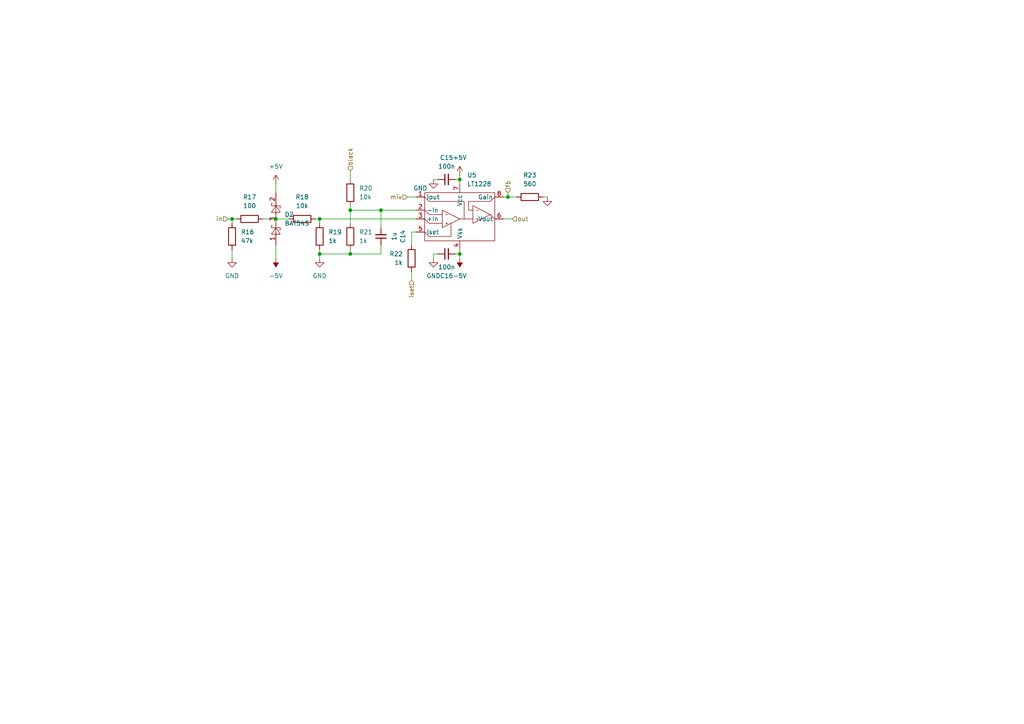
<source format=kicad_sch>
(kicad_sch (version 20250114) (generator "eeschema") (generator_version "9.0")
  (paper "A4")
  (lib_symbols
    (symbol "synkie_symbols:+5V" (power) (pin_names (offset 0))
      (property "Value" "+5V" (at 0 3.556 0))
      (symbol "+5V_0_1"
        (polyline (pts (xy -0.762 1.27) (xy 0 2.54)))
        (polyline (pts (xy 0 2.54) (xy 0.762 1.27)))
        (polyline (pts (xy 0 0) (xy 0 2.54)))
      )
      (symbol "+5V_1_1"
        (pin power_in line (at 0 0 90) (length 0) (hide yes) (name "+5V") (number "1"))
      )
    )
    (symbol "synkie_symbols:-5V" (power) (pin_names (offset 0))
      (property "Value" "-5V" (at 0 3.81 0))
      (symbol "-5V_0_0"
        (pin power_in line (at 0 0 90) (length 0) (hide yes) (name "-5V") (number "1"))
      )
      (symbol "-5V_0_1"
        (polyline (pts (xy 0 0) (xy 0 1.27) (xy 0.762 1.27) (xy 0 2.54) (xy -0.762 1.27) (xy 0 1.27)) (fill (type outline)))
      )
    )
    (symbol "synkie_symbols:BAT54S" (pin_names (offset 1.016))
      (property "Reference" "D" (at 0.635 -3.81 0))
      (property "Value" "BAT54S" (at -6.35 3.175 0))
      (symbol "BAT54S_0_1"
        (polyline (pts (xy -4.445 1.27) (xy -4.445 -1.27) (xy -2.54 0) (xy -4.445 1.27)))
        (polyline (pts (xy -3.81 0) (xy -1.27 0)))
        (polyline (pts (xy -3.175 -1.27) (xy -3.175 -1.016)))
        (polyline (pts (xy -2.54 1.27) (xy -1.905 1.27)))
        (polyline (pts (xy -2.54 -1.27) (xy -3.175 -1.27)))
        (polyline (pts (xy -2.54 -1.27) (xy -2.54 1.27)))
        (polyline (pts (xy -1.905 1.27) (xy -1.905 1.016)))
        (polyline (pts (xy -1.905 0) (xy 1.905 0)))
        (polyline (pts (xy 1.27 0) (xy 3.81 0)))
        (polyline (pts (xy 1.905 1.27) (xy 1.905 -1.27) (xy 3.81 0) (xy 1.905 1.27)))
        (polyline (pts (xy 3.175 -1.27) (xy 3.175 -1.016)))
        (polyline (pts (xy 3.81 1.27) (xy 4.445 1.27)))
        (polyline (pts (xy 3.81 -1.27) (xy 3.175 -1.27)))
        (polyline (pts (xy 3.81 -1.27) (xy 3.81 1.27)))
        (polyline (pts (xy 4.445 1.27) (xy 4.445 1.016)))
      )
      (symbol "BAT54S_1_1"
        (pin passive line (at -7.62 0 0) (length 3.81) (name "~") (number "1"))
        (pin passive line (at 0 0 0) (length 0) (name "~") (number "3"))
        (pin passive line (at 7.62 0 180) (length 3.81) (name "~") (number "2"))
      )
    )
    (symbol "synkie_symbols:C_Small" (pin_numbers (hide yes)) (pin_names (offset 0.254) (hide yes))
      (property "Reference" "C" (at 0.254 1.778 0))
      (property "Value" "C_Small" (at 0.254 -2.032 0))
      (symbol "C_Small_0_1"
        (polyline (pts (xy -1.524 0.508) (xy 1.524 0.508)) (stroke (width 0.3048)))
        (polyline (pts (xy -1.524 -0.508) (xy 1.524 -0.508)) (stroke (width 0.3302)))
      )
      (symbol "C_Small_1_1"
        (pin passive line (at 0 2.54 270) (length 2.032) (name "~") (number "1"))
        (pin passive line (at 0 -2.54 90) (length 2.032) (name "~") (number "2"))
      )
    )
    (symbol "synkie_symbols:GND" (power) (pin_names (offset 0))
      (property "Value" "GND" (at 0 -3.81 0))
      (symbol "GND_0_1"
        (polyline (pts (xy 0 0) (xy 0 -1.27) (xy 1.27 -1.27) (xy 0 -2.54) (xy -1.27 -1.27) (xy 0 -1.27)))
      )
      (symbol "GND_1_1"
        (pin power_in line (at 0 0 270) (length 0) (hide yes) (name "GND") (number "1"))
      )
    )
    (symbol "synkie_symbols:LT1228"
      (property "Reference" "U" (at -8.89 8.89 0))
      (property "Value" "LT1228" (at -6.35 -7.62 0))
      (symbol "LT1228_0_0"
        (rectangle (start -10.16 7.62) (end 10.16 -6.35))
        (text "-" (at -3.81 1.27 0) (effects (font (size 0.635 0.635))))
        (text "+" (at -3.81 -1.27 0) (effects (font (size 0.635 0.635))))
        (text "-" (at 5.08 2.54 0) (effects (font (size 0.635 0.635))))
        (text "+" (at 5.08 0 0) (effects (font (size 0.635 0.635))))
      )
      (symbol "LT1228_0_1"
        (polyline (pts (xy -10.16 2.54) (xy -8.89 1.27) (xy -5.08 1.27)))
        (polyline (pts (xy -10.16 0) (xy -8.89 -1.27) (xy -5.08 -1.27)))
        (polyline (pts (xy -10.16 -3.81) (xy -8.89 -5.08) (xy -2.54 -5.08) (xy -2.54 -1.27)))
        (polyline (pts (xy -5.08 2.54) (xy -5.08 -2.54) (xy 0 0) (xy -5.08 2.54)))
        (polyline (pts (xy 3.81 3.81) (xy 3.81 -1.27) (xy 8.89 1.27) (xy 3.81 3.81)))
        (polyline (pts (xy 3.81 0) (xy 0 0) (xy 1.27 0) (xy 1.27 5.08) (xy -8.89 5.08) (xy -10.16 6.35)))
        (polyline (pts (xy 8.89 1.27) (xy 10.16 0)))
        (polyline (pts (xy 10.16 6.35) (xy 8.89 5.08) (xy 2.54 5.08) (xy 2.54 2.54) (xy 3.81 2.54)))
      )
      (symbol "LT1228_1_1"
        (pin passive line (at -12.7 6.35 0) (length 2.54) (name "Iout") (number "1"))
        (pin input line (at -12.7 2.54 0) (length 2.54) (name "-In") (number "2"))
        (pin input line (at -12.7 0 0) (length 2.54) (name "+In") (number "3"))
        (pin input line (at -12.7 -3.81 0) (length 2.54) (name "Iset") (number "5"))
        (pin power_in line (at 0 10.16 270) (length 2.54) (name "Vcc") (number "7"))
        (pin power_in line (at 0 -8.89 90) (length 2.54) (name "Vss") (number "4"))
        (pin input line (at 12.7 6.35 180) (length 2.54) (name "Gain") (number "8"))
        (pin output line (at 12.7 0 180) (length 2.54) (name "Vout") (number "6"))
      )
    )
    (symbol "synkie_symbols:R" (pin_numbers (hide yes)) (pin_names (offset 0))
      (property "Reference" "R" (at 2.032 0 90))
      (property "Value" "R" (at 0 0 90))
      (symbol "R_0_1"
        (rectangle (start -1.016 -2.54) (end 1.016 2.54) (stroke (width 0.254)))
      )
      (symbol "R_1_1"
        (pin passive line (at 0 3.81 270) (length 1.27) (name "~") (number "1"))
        (pin passive line (at 0 -3.81 90) (length 1.27) (name "~") (number "2"))
      )
    )
  )
  (junction (at 80.01 63.5))
  (junction (at 101.6 60.96))
  (junction (at 92.71 63.5))
  (junction (at 147.32 57.15))
  (junction (at 133.35 52.07))
  (junction (at 133.35 73.66))
  (junction (at 110.49 60.96))
  (junction (at 92.71 73.66))
  (junction (at 101.6 73.66))
  (junction (at 67.31 63.5))
  (wire (pts (xy 68.58 63.5) (xy 67.31 63.5)))
  (wire (pts (xy 125.73 73.66) (xy 125.73 74.93)))
  (wire (pts (xy 110.49 73.66) (xy 101.6 73.66)))
  (wire (pts (xy 133.35 52.07) (xy 133.35 53.34)))
  (wire (pts (xy 147.32 55.88) (xy 147.32 57.15)))
  (wire (pts (xy 118.11 57.15) (xy 120.65 57.15)))
  (wire (pts (xy 133.35 72.39) (xy 133.35 73.66)))
  (wire (pts (xy 157.48 57.15) (xy 158.75 57.15)))
  (wire (pts (xy 119.38 78.74) (xy 119.38 81.28)))
  (wire (pts (xy 101.6 60.96) (xy 101.6 64.77)))
  (wire (pts (xy 125.73 73.66) (xy 127 73.66)))
  (wire (pts (xy 76.2 63.5) (xy 80.01 63.5)))
  (wire (pts (xy 110.49 60.96) (xy 110.49 66.04)))
  (wire (pts (xy 101.6 72.39) (xy 101.6 73.66)))
  (wire (pts (xy 120.65 60.96) (xy 110.49 60.96)))
  (wire (pts (xy 92.71 72.39) (xy 92.71 73.66)))
  (wire (pts (xy 101.6 59.69) (xy 101.6 60.96)))
  (wire (pts (xy 120.65 67.31) (xy 119.38 67.31)))
  (wire (pts (xy 147.32 57.15) (xy 149.86 57.15)))
  (wire (pts (xy 67.31 63.5) (xy 67.31 64.77)))
  (wire (pts (xy 66.04 63.5) (xy 67.31 63.5)))
  (wire (pts (xy 146.05 57.15) (xy 147.32 57.15)))
  (wire (pts (xy 92.71 73.66) (xy 92.71 74.93)))
  (wire (pts (xy 119.38 67.31) (xy 119.38 71.12)))
  (wire (pts (xy 125.73 52.07) (xy 127 52.07)))
  (wire (pts (xy 110.49 71.12) (xy 110.49 73.66)))
  (wire (pts (xy 80.01 63.5) (xy 83.82 63.5)))
  (wire (pts (xy 146.05 63.5) (xy 148.59 63.5)))
  (wire (pts (xy 132.08 52.07) (xy 133.35 52.07)))
  (wire (pts (xy 92.71 73.66) (xy 101.6 73.66)))
  (wire (pts (xy 67.31 72.39) (xy 67.31 74.93)))
  (wire (pts (xy 132.08 73.66) (xy 133.35 73.66)))
  (wire (pts (xy 80.01 71.12) (xy 80.01 74.93)))
  (wire (pts (xy 92.71 63.5) (xy 120.65 63.5)))
  (wire (pts (xy 92.71 63.5) (xy 92.71 64.77)))
  (wire (pts (xy 133.35 50.8) (xy 133.35 52.07)))
  (wire (pts (xy 101.6 49.53) (xy 101.6 52.07)))
  (wire (pts (xy 91.44 63.5) (xy 92.71 63.5)))
  (wire (pts (xy 80.01 53.34) (xy 80.01 55.88)))
  (wire (pts (xy 133.35 73.66) (xy 133.35 74.93)))
  (wire (pts (xy 110.49 60.96) (xy 101.6 60.96)))
  (hierarchical_label "out" (shape input) (at 148.59 63.5 0))
  (hierarchical_label "mix" (shape input) (at 118.11 57.15 180))
  (hierarchical_label "iset" (shape input) (at 119.38 81.28 270))
  (hierarchical_label "in" (shape input) (at 66.04 63.5 180))
  (hierarchical_label "black" (shape input) (at 101.6 49.53 90))
  (hierarchical_label "fb" (shape input) (at 147.32 55.88 90))
  (symbol (lib_id "synkie_symbols:GND") (at 92.71 74.93 0) (unit 1)
    (property "Reference" "#PWR023" (effects (hide yes)))
    (property "Value" "GND" (at 92.71 80.01 0))
    (property "Description" "Power symbol creates a global label with name \"GND\" , ground" (effects (hide yes)))
    (instances (project "mixer" (path "" (reference "#PWR032") (unit 1)) (path "" (reference "#PWR047") (unit 1)) (path "" (reference "#PWR071") (unit 1)) (path "" (reference "#PWR056") (unit 1)) (path "" (reference "#PWR080") (unit 1)) (path "" (reference "#PWR023") (unit 1))))
  )
  (symbol (lib_id "synkie_symbols:LT1228") (at 133.35 63.5 0) (unit 1)
    (property "Reference" "U4" (at 135.4933 50.8 0) (effects (justify left)))
    (property "Value" "LT1228" (at 135.4933 53.34 0) (effects (justify left)))
    (property "Footprint" "synkie_footprints:SOIC-8_3.9x4.9mm_P1.27mm" (effects (hide yes)))
    (property "Description" "LT1228 CFA with gain control" (effects (hide yes)))
    (instances (project "mixer" (path "" (reference "U5") (unit 1)) (path "" (reference "U6") (unit 1)) (path "" (reference "U8") (unit 1)) (path "" (reference "U7") (unit 1)) (path "" (reference "U9") (unit 1)) (path "" (reference "U4") (unit 1))))
  )
  (symbol (lib_id "synkie_symbols:C_Small") (at 110.49 68.58 180) (unit 1)
    (property "Reference" "C11" (at 116.84 68.5737 90))
    (property "Value" "1u" (at 114.3 68.5737 90))
    (property "Footprint" "synkie_footprints:C_0805_2012Metric_Pad1.15x1.40mm_HandSolder" (effects (hide yes)))
    (property "Description" "Unpolarized capacitor, small symbol" (effects (hide yes)))
    (instances (project "mixer" (path "" (reference "C14") (unit 1)) (path "" (reference "C19") (unit 1)) (path "" (reference "C27") (unit 1)) (path "" (reference "C22") (unit 1)) (path "" (reference "C30") (unit 1)) (path "" (reference "C11") (unit 1))))
  )
  (symbol (lib_id "synkie_symbols:C_Small") (at 129.54 73.66 90) (unit 1)
    (property "Reference" "C13" (at 129.5463 80.01 90))
    (property "Value" "100n" (at 129.5463 77.47 90))
    (property "Footprint" "synkie_footprints:C_0603_1608Metric_Pad1.05x0.95mm_HandSolder" (effects (hide yes)))
    (property "Description" "Unpolarized capacitor, small symbol" (effects (hide yes)))
    (instances (project "mixer" (path "" (reference "C16") (unit 1)) (path "" (reference "C21") (unit 1)) (path "" (reference "C29") (unit 1)) (path "" (reference "C24") (unit 1)) (path "" (reference "C32") (unit 1)) (path "" (reference "C13") (unit 1))))
  )
  (symbol (lib_id "synkie_symbols:R") (at 67.31 68.58 180) (unit 1)
    (property "Reference" "R8" (at 69.85 67.3099 0) (effects (justify right)))
    (property "Value" "47k" (at 69.85 69.8499 0) (effects (justify right)))
    (property "Footprint" "synkie_footprints:R_0805_2012Metric_Pad1.15x1.40mm_HandSolder" (effects (hide yes)))
    (property "Description" "Resistor" (effects (hide yes)))
    (instances (project "mixer" (path "" (reference "R16") (unit 1)) (path "" (reference "R28") (unit 1)) (path "" (reference "R48") (unit 1)) (path "" (reference "R36") (unit 1)) (path "" (reference "R56") (unit 1)) (path "" (reference "R8") (unit 1))))
  )
  (symbol (lib_id "synkie_symbols:R") (at 72.39 63.5 90) (unit 1)
    (property "Reference" "R9" (at 72.39 57.15 90))
    (property "Value" "100" (at 72.39 59.69 90))
    (property "Footprint" "synkie_footprints:R_0805_2012Metric_Pad1.15x1.40mm_HandSolder" (effects (hide yes)))
    (property "Description" "Resistor" (effects (hide yes)))
    (instances (project "mixer" (path "" (reference "R17") (unit 1)) (path "" (reference "R29") (unit 1)) (path "" (reference "R49") (unit 1)) (path "" (reference "R37") (unit 1)) (path "" (reference "R57") (unit 1)) (path "" (reference "R9") (unit 1))))
  )
  (symbol (lib_id "synkie_symbols:R") (at 153.67 57.15 270) (unit 1)
    (property "Reference" "R15" (at 153.67 50.8 90))
    (property "Value" "560" (at 153.67 53.34 90))
    (property "Footprint" "synkie_footprints:R_0805_2012Metric_Pad1.15x1.40mm_HandSolder" (effects (hide yes)))
    (property "Description" "Resistor" (effects (hide yes)))
    (instances (project "mixer" (path "" (reference "R23") (unit 1)) (path "" (reference "R35") (unit 1)) (path "" (reference "R55") (unit 1)) (path "" (reference "R43") (unit 1)) (path "" (reference "R63") (unit 1)) (path "" (reference "R15") (unit 1))))
  )
  (symbol (lib_id "synkie_symbols:GND") (at 158.75 57.15 0) (unit 1)
    (property "Reference" "#PWR028" (effects (hide yes)))
    (property "Value" "GND" (effects (hide yes)))
    (property "Description" "Power symbol creates a global label with name \"GND\" , ground" (effects (hide yes)))
    (instances (project "mixer" (path "" (reference "#PWR037") (unit 1)) (path "" (reference "#PWR052") (unit 1)) (path "" (reference "#PWR076") (unit 1)) (path "" (reference "#PWR061") (unit 1)) (path "" (reference "#PWR085") (unit 1)) (path "" (reference "#PWR028") (unit 1))))
  )
  (symbol (lib_id "synkie_symbols:R") (at 101.6 55.88 0) (unit 1)
    (property "Reference" "R12" (at 104.14 54.6099 0) (effects (justify left)))
    (property "Value" "10k" (at 104.14 57.1499 0) (effects (justify left)))
    (property "Footprint" "synkie_footprints:R_0805_2012Metric_Pad1.15x1.40mm_HandSolder" (effects (hide yes)))
    (property "Description" "Resistor" (effects (hide yes)))
    (instances (project "mixer" (path "" (reference "R20") (unit 1)) (path "" (reference "R32") (unit 1)) (path "" (reference "R52") (unit 1)) (path "" (reference "R40") (unit 1)) (path "" (reference "R60") (unit 1)) (path "" (reference "R12") (unit 1))))
  )
  (symbol (lib_id "synkie_symbols:+5V") (at 80.01 53.34 0) (unit 1)
    (property "Reference" "#PWR021" (effects (hide yes)))
    (property "Value" "+5V" (at 80.01 48.26 0))
    (property "Description" "Power symbol creates a global label with name \"+5V\"" (effects (hide yes)))
    (instances (project "mixer" (path "" (reference "#PWR030") (unit 1)) (path "" (reference "#PWR045") (unit 1)) (path "" (reference "#PWR069") (unit 1)) (path "" (reference "#PWR054") (unit 1)) (path "" (reference "#PWR078") (unit 1)) (path "" (reference "#PWR021") (unit 1))))
  )
  (symbol (lib_id "synkie_symbols:R") (at 119.38 74.93 0) (mirror x) (unit 1)
    (property "Reference" "R14" (at 116.84 73.6599 0) (effects (justify right)))
    (property "Value" "1k" (at 116.84 76.1999 0) (effects (justify right)))
    (property "Footprint" "synkie_footprints:R_0805_2012Metric_Pad1.15x1.40mm_HandSolder" (effects (hide yes)))
    (property "Description" "Resistor" (effects (hide yes)))
    (instances (project "mixer" (path "" (reference "R22") (unit 1)) (path "" (reference "R34") (unit 1)) (path "" (reference "R54") (unit 1)) (path "" (reference "R42") (unit 1)) (path "" (reference "R62") (unit 1)) (path "" (reference "R14") (unit 1))))
  )
  (symbol (lib_id "synkie_symbols:R") (at 92.71 68.58 180) (unit 1)
    (property "Reference" "R11" (at 95.25 67.3099 0) (effects (justify right)))
    (property "Value" "1k" (at 95.25 69.8499 0) (effects (justify right)))
    (property "Footprint" "synkie_footprints:R_0805_2012Metric_Pad1.15x1.40mm_HandSolder" (effects (hide yes)))
    (property "Description" "Resistor" (effects (hide yes)))
    (instances (project "mixer" (path "" (reference "R19") (unit 1)) (path "" (reference "R31") (unit 1)) (path "" (reference "R51") (unit 1)) (path "" (reference "R39") (unit 1)) (path "" (reference "R59") (unit 1)) (path "" (reference "R11") (unit 1))))
  )
  (symbol (lib_id "synkie_symbols:R") (at 101.6 68.58 180) (unit 1)
    (property "Reference" "R13" (at 104.14 67.3099 0) (effects (justify right)))
    (property "Value" "1k" (at 104.14 69.8499 0) (effects (justify right)))
    (property "Footprint" "synkie_footprints:R_0805_2012Metric_Pad1.15x1.40mm_HandSolder" (effects (hide yes)))
    (property "Description" "Resistor" (effects (hide yes)))
    (instances (project "mixer" (path "" (reference "R21") (unit 1)) (path "" (reference "R33") (unit 1)) (path "" (reference "R53") (unit 1)) (path "" (reference "R41") (unit 1)) (path "" (reference "R61") (unit 1)) (path "" (reference "R13") (unit 1))))
  )
  (symbol (lib_id "synkie_symbols:BAT54S") (at 80.01 63.5 90) (unit 1)
    (property "Reference" "D1" (at 82.55 62.2299 90) (effects (justify right)))
    (property "Value" "BAT54S" (at 82.55 64.7699 90) (effects (justify right)))
    (property "Footprint" "synkie_footprints:SOT-23" (effects (hide yes)))
    (property "Datasheet" "https://www.diodes.com/assets/Datasheets/ds11005.pdf" (effects (hide yes)))
    (property "Description" "schottky barrier diode" (effects (hide yes)))
    (instances (project "mixer" (path "" (reference "D2") (unit 1)) (path "" (reference "D3") (unit 1)) (path "" (reference "D5") (unit 1)) (path "" (reference "D4") (unit 1)) (path "" (reference "D6") (unit 1)) (path "" (reference "D1") (unit 1))))
  )
  (symbol (lib_id "synkie_symbols:-5V") (at 133.35 74.93 180) (unit 1)
    (property "Reference" "#PWR027" (effects (hide yes)))
    (property "Value" "-5V" (at 133.35 80.01 0))
    (property "Description" "Power symbol creates a global label with name \"-5V\"" (effects (hide yes)))
    (instances (project "mixer" (path "" (reference "#PWR036") (unit 1)) (path "" (reference "#PWR051") (unit 1)) (path "" (reference "#PWR075") (unit 1)) (path "" (reference "#PWR060") (unit 1)) (path "" (reference "#PWR084") (unit 1)) (path "" (reference "#PWR027") (unit 1))))
  )
  (symbol (lib_id "synkie_symbols:-5V") (at 80.01 74.93 180) (unit 1)
    (property "Reference" "#PWR022" (effects (hide yes)))
    (property "Value" "-5V" (at 80.01 80.01 0))
    (property "Description" "Power symbol creates a global label with name \"-5V\"" (effects (hide yes)))
    (instances (project "mixer" (path "" (reference "#PWR031") (unit 1)) (path "" (reference "#PWR046") (unit 1)) (path "" (reference "#PWR070") (unit 1)) (path "" (reference "#PWR055") (unit 1)) (path "" (reference "#PWR079") (unit 1)) (path "" (reference "#PWR022") (unit 1))))
  )
  (symbol (lib_id "synkie_symbols:C_Small") (at 129.54 52.07 90) (mirror x) (unit 1)
    (property "Reference" "C12" (at 129.5463 45.72 90))
    (property "Value" "100n" (at 129.5463 48.26 90))
    (property "Footprint" "synkie_footprints:C_0603_1608Metric_Pad1.05x0.95mm_HandSolder" (effects (hide yes)))
    (property "Description" "Unpolarized capacitor, small symbol" (effects (hide yes)))
    (instances (project "mixer" (path "" (reference "C15") (unit 1)) (path "" (reference "C20") (unit 1)) (path "" (reference "C28") (unit 1)) (path "" (reference "C23") (unit 1)) (path "" (reference "C31") (unit 1)) (path "" (reference "C12") (unit 1))))
  )
  (symbol (lib_id "synkie_symbols:GND") (at 67.31 74.93 0) (unit 1)
    (property "Reference" "#PWR020" (effects (hide yes)))
    (property "Value" "GND" (at 67.31 80.01 0))
    (property "Description" "Power symbol creates a global label with name \"GND\" , ground" (effects (hide yes)))
    (instances (project "mixer" (path "" (reference "#PWR029") (unit 1)) (path "" (reference "#PWR044") (unit 1)) (path "" (reference "#PWR068") (unit 1)) (path "" (reference "#PWR053") (unit 1)) (path "" (reference "#PWR077") (unit 1)) (path "" (reference "#PWR020") (unit 1))))
  )
  (symbol (lib_id "synkie_symbols:R") (at 87.63 63.5 90) (unit 1)
    (property "Reference" "R10" (at 87.63 57.15 90))
    (property "Value" "10k" (at 87.63 59.69 90))
    (property "Footprint" "synkie_footprints:R_0805_2012Metric_Pad1.15x1.40mm_HandSolder" (effects (hide yes)))
    (property "Description" "Resistor" (effects (hide yes)))
    (instances (project "mixer" (path "" (reference "R18") (unit 1)) (path "" (reference "R30") (unit 1)) (path "" (reference "R50") (unit 1)) (path "" (reference "R38") (unit 1)) (path "" (reference "R58") (unit 1)) (path "" (reference "R10") (unit 1))))
  )
  (symbol (lib_id "synkie_symbols:GND") (at 125.73 74.93 0) (unit 1)
    (property "Reference" "#PWR025" (effects (hide yes)))
    (property "Value" "GND" (at 125.73 80.01 0))
    (property "Description" "Power symbol creates a global label with name \"GND\" , ground" (effects (hide yes)))
    (instances (project "mixer" (path "" (reference "#PWR034") (unit 1)) (path "" (reference "#PWR049") (unit 1)) (path "" (reference "#PWR073") (unit 1)) (path "" (reference "#PWR058") (unit 1)) (path "" (reference "#PWR082") (unit 1)) (path "" (reference "#PWR025") (unit 1))))
  )
  (symbol (lib_id "synkie_symbols:GND") (at 125.73 52.07 0) (unit 1)
    (property "Reference" "#PWR024" (effects (hide yes)))
    (property "Value" "GND" (at 121.92 54.61 0))
    (property "Description" "Power symbol creates a global label with name \"GND\" , ground" (effects (hide yes)))
    (instances (project "mixer" (path "" (reference "#PWR033") (unit 1)) (path "" (reference "#PWR048") (unit 1)) (path "" (reference "#PWR072") (unit 1)) (path "" (reference "#PWR057") (unit 1)) (path "" (reference "#PWR081") (unit 1)) (path "" (reference "#PWR024") (unit 1))))
  )
  (symbol (lib_id "synkie_symbols:+5V") (at 133.35 50.8 0) (unit 1)
    (property "Reference" "#PWR026" (effects (hide yes)))
    (property "Value" "+5V" (at 133.35 45.72 0))
    (property "Description" "Power symbol creates a global label with name \"+5V\"" (effects (hide yes)))
    (instances (project "mixer" (path "" (reference "#PWR035") (unit 1)) (path "" (reference "#PWR050") (unit 1)) (path "" (reference "#PWR074") (unit 1)) (path "" (reference "#PWR059") (unit 1)) (path "" (reference "#PWR083") (unit 1)) (path "" (reference "#PWR026") (unit 1))))
  )
)
</source>
